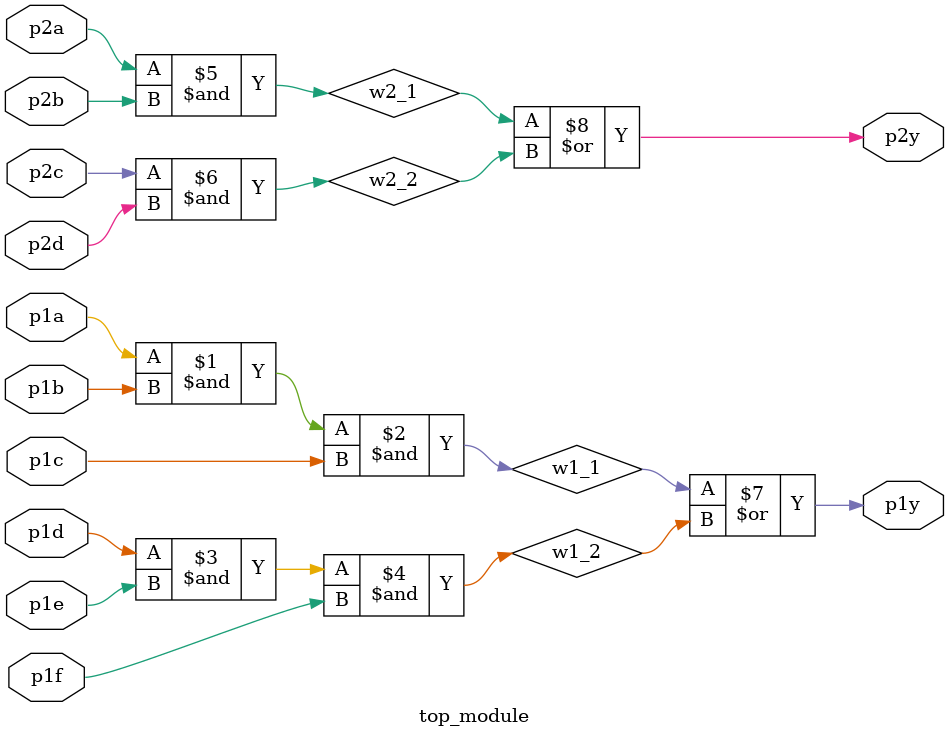
<source format=v>

module top_module ( 
    input p1a, p1b, p1c, p1d, p1e, p1f,
    output p1y,
    input p2a, p2b, p2c, p2d,
    output p2y );

	wire w1_1;
    wire w1_2;
    wire w2_1;
    wire w2_2;

    assign w1_1 = p1a & p1b & p1c;
    assign w1_2 = p1d & p1e & p1f;
    assign w2_1 = p2a & p2b;
    assign w2_2 = p2c & p2d;

    assign p1y = w1_1 | w1_2;
    assign p2y = w2_1 | w2_2;

endmodule
</source>
